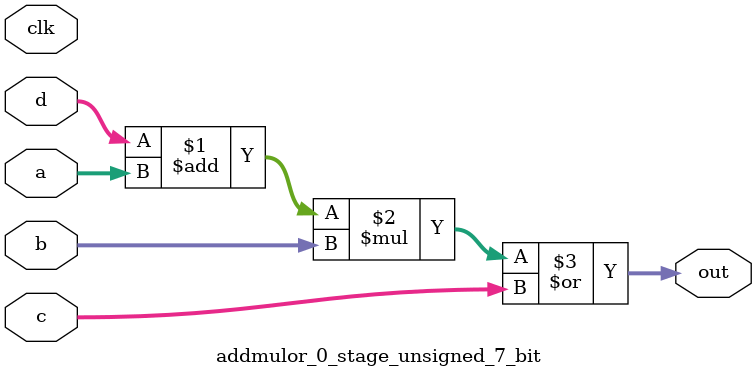
<source format=sv>
(* use_dsp = "yes" *) module addmulor_0_stage_unsigned_7_bit(
	input  [6:0] a,
	input  [6:0] b,
	input  [6:0] c,
	input  [6:0] d,
	output [6:0] out,
	input clk);

	assign out = ((d + a) * b) | c;
endmodule

</source>
